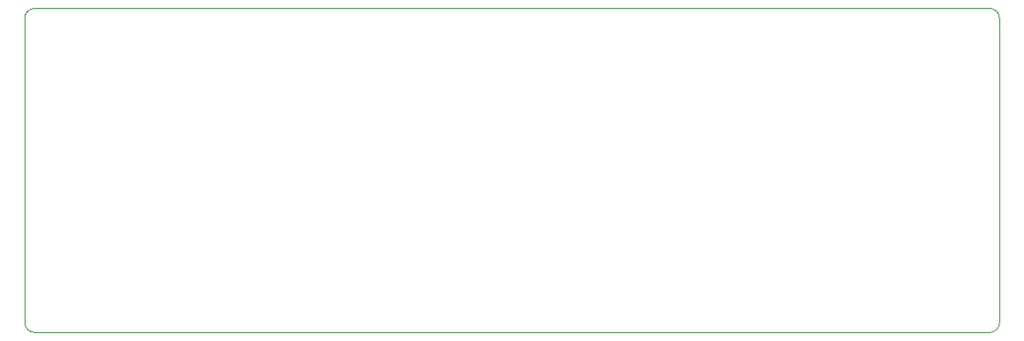
<source format=gm1>
G04 #@! TF.GenerationSoftware,KiCad,Pcbnew,8.0.3*
G04 #@! TF.CreationDate,2024-06-24T09:54:46+02:00*
G04 #@! TF.ProjectId,Phase Amplitude Detector,50686173-6520-4416-9d70-6c6974756465,rev?*
G04 #@! TF.SameCoordinates,Original*
G04 #@! TF.FileFunction,Profile,NP*
%FSLAX46Y46*%
G04 Gerber Fmt 4.6, Leading zero omitted, Abs format (unit mm)*
G04 Created by KiCad (PCBNEW 8.0.3) date 2024-06-24 09:54:46*
%MOMM*%
%LPD*%
G01*
G04 APERTURE LIST*
G04 #@! TA.AperFunction,Profile*
%ADD10C,0.050000*%
G04 #@! TD*
G04 APERTURE END LIST*
D10*
X149993839Y-47488840D02*
X58243839Y-47488840D01*
X150993839Y-77738840D02*
X150993839Y-48488840D01*
X150993839Y-77738840D02*
G75*
G02*
X149993839Y-78738839I-1000039J40D01*
G01*
X58243839Y-78738840D02*
X149993839Y-78738840D01*
X58243839Y-78738840D02*
G75*
G02*
X57243760Y-77738840I-39J1000040D01*
G01*
X57243839Y-48488840D02*
X57243839Y-77738840D01*
X57243839Y-48488840D02*
G75*
G02*
X58243839Y-47488839I999961J40D01*
G01*
X149993839Y-47488840D02*
G75*
G02*
X150993760Y-48488840I-39J-999960D01*
G01*
M02*

</source>
